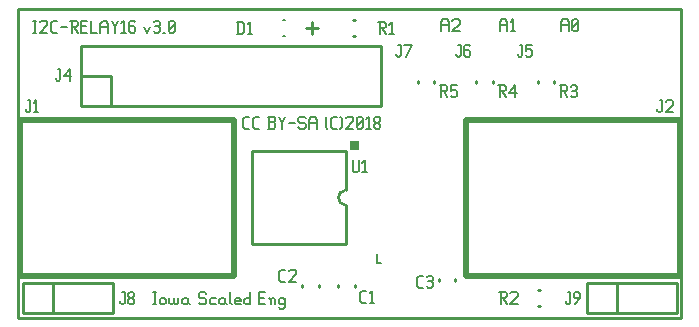
<source format=gbr>
G04 start of page 8 for group -4079 idx -4079 *
G04 Title: (unknown), topsilk *
G04 Creator: pcb 20140316 *
G04 CreationDate: Thu 29 Nov 2018 10:04:31 PM GMT UTC *
G04 For: railfan *
G04 Format: Gerber/RS-274X *
G04 PCB-Dimensions (mil): 2220.00 1040.00 *
G04 PCB-Coordinate-Origin: lower left *
%MOIN*%
%FSLAX25Y25*%
%LNTOPSILK*%
%ADD65C,0.0200*%
%ADD64C,0.0080*%
%ADD63C,0.0100*%
%ADD62C,0.0001*%
G54D62*G36*
X111000Y59500D02*X114000D01*
Y56500D01*
X111000D01*
Y59500D01*
G37*
G54D63*X500Y500D02*X221500D01*
X500D02*Y103500D01*
X221500D02*X500D01*
X96500Y97000D02*X100500D01*
X98500Y99000D02*Y95000D01*
X221500Y103500D02*Y500D01*
G54D64*X120000Y21720D02*Y18600D01*
X121560D01*
X141500Y99000D02*Y96000D01*
Y99000D02*X142200Y100000D01*
X143300D01*
X144000Y99000D01*
Y96000D01*
X141500Y98000D02*X144000D01*
X145200Y99500D02*X145700Y100000D01*
X147200D01*
X147700Y99500D01*
Y98500D01*
X145200Y96000D02*X147700Y98500D01*
X145200Y96000D02*X147700D01*
X161000Y99000D02*Y96000D01*
Y99000D02*X161700Y100000D01*
X162800D01*
X163500Y99000D01*
Y96000D01*
X161000Y98000D02*X163500D01*
X164700Y99200D02*X165500Y100000D01*
Y96000D01*
X164700D02*X166200D01*
X181500Y99000D02*Y96000D01*
Y99000D02*X182200Y100000D01*
X183300D01*
X184000Y99000D01*
Y96000D01*
X181500Y98000D02*X184000D01*
X185200Y96500D02*X185700Y96000D01*
X185200Y99500D02*Y96500D01*
Y99500D02*X185700Y100000D01*
X186700D01*
X187200Y99500D01*
Y96500D01*
X186700Y96000D02*X187200Y96500D01*
X185700Y96000D02*X186700D01*
X185200Y97000D02*X187200Y99000D01*
X45500Y9000D02*X46500D01*
X46000D02*Y5000D01*
X45500D02*X46500D01*
X47700Y6500D02*Y5500D01*
Y6500D02*X48200Y7000D01*
X49200D01*
X49700Y6500D01*
Y5500D01*
X49200Y5000D02*X49700Y5500D01*
X48200Y5000D02*X49200D01*
X47700Y5500D02*X48200Y5000D01*
X50900Y7000D02*Y5500D01*
X51400Y5000D01*
X51900D01*
X52400Y5500D01*
Y7000D02*Y5500D01*
X52900Y5000D01*
X53400D01*
X53900Y5500D01*
Y7000D02*Y5500D01*
X56600Y7000D02*X57100Y6500D01*
X55600Y7000D02*X56600D01*
X55100Y6500D02*X55600Y7000D01*
X55100Y6500D02*Y5500D01*
X55600Y5000D01*
X57100Y7000D02*Y5500D01*
X57600Y5000D01*
X55600D02*X56600D01*
X57100Y5500D01*
X62600Y9000D02*X63100Y8500D01*
X61100Y9000D02*X62600D01*
X60600Y8500D02*X61100Y9000D01*
X60600Y8500D02*Y7500D01*
X61100Y7000D01*
X62600D01*
X63100Y6500D01*
Y5500D01*
X62600Y5000D02*X63100Y5500D01*
X61100Y5000D02*X62600D01*
X60600Y5500D02*X61100Y5000D01*
X64800Y7000D02*X66300D01*
X64300Y6500D02*X64800Y7000D01*
X64300Y6500D02*Y5500D01*
X64800Y5000D01*
X66300D01*
X69000Y7000D02*X69500Y6500D01*
X68000Y7000D02*X69000D01*
X67500Y6500D02*X68000Y7000D01*
X67500Y6500D02*Y5500D01*
X68000Y5000D01*
X69500Y7000D02*Y5500D01*
X70000Y5000D01*
X68000D02*X69000D01*
X69500Y5500D01*
X71200Y9000D02*Y5500D01*
X71700Y5000D01*
X73200D02*X74700D01*
X72700Y5500D02*X73200Y5000D01*
X72700Y6500D02*Y5500D01*
Y6500D02*X73200Y7000D01*
X74200D01*
X74700Y6500D01*
X72700Y6000D02*X74700D01*
Y6500D02*Y6000D01*
X77900Y9000D02*Y5000D01*
X77400D02*X77900Y5500D01*
X76400Y5000D02*X77400D01*
X75900Y5500D02*X76400Y5000D01*
X75900Y6500D02*Y5500D01*
Y6500D02*X76400Y7000D01*
X77400D01*
X77900Y6500D01*
X80900Y7200D02*X82400D01*
X80900Y5000D02*X82900D01*
X80900Y9000D02*Y5000D01*
Y9000D02*X82900D01*
X84600Y6500D02*Y5000D01*
Y6500D02*X85100Y7000D01*
X85600D01*
X86100Y6500D01*
Y5000D01*
X84100Y7000D02*X84600Y6500D01*
X88800Y7000D02*X89300Y6500D01*
X87800Y7000D02*X88800D01*
X87300Y6500D02*X87800Y7000D01*
X87300Y6500D02*Y5500D01*
X87800Y5000D01*
X88800D01*
X89300Y5500D01*
X87300Y4000D02*X87800Y3500D01*
X88800D01*
X89300Y4000D01*
Y7000D02*Y4000D01*
X76200Y63500D02*X77500D01*
X75500Y64200D02*X76200Y63500D01*
X75500Y66800D02*Y64200D01*
Y66800D02*X76200Y67500D01*
X77500D01*
X79400Y63500D02*X80700D01*
X78700Y64200D02*X79400Y63500D01*
X78700Y66800D02*Y64200D01*
Y66800D02*X79400Y67500D01*
X80700D01*
X83700Y63500D02*X85700D01*
X86200Y64000D01*
Y65200D02*Y64000D01*
X85700Y65700D02*X86200Y65200D01*
X84200Y65700D02*X85700D01*
X84200Y67500D02*Y63500D01*
X83700Y67500D02*X85700D01*
X86200Y67000D01*
Y66200D01*
X85700Y65700D02*X86200Y66200D01*
X87400Y67500D02*X88400Y65500D01*
X89400Y67500D01*
X88400Y65500D02*Y63500D01*
X90600Y65500D02*X92600D01*
X95800Y67500D02*X96300Y67000D01*
X94300Y67500D02*X95800D01*
X93800Y67000D02*X94300Y67500D01*
X93800Y67000D02*Y66000D01*
X94300Y65500D01*
X95800D01*
X96300Y65000D01*
Y64000D01*
X95800Y63500D02*X96300Y64000D01*
X94300Y63500D02*X95800D01*
X93800Y64000D02*X94300Y63500D01*
X97500Y66500D02*Y63500D01*
Y66500D02*X98200Y67500D01*
X99300D01*
X100000Y66500D01*
Y63500D01*
X97500Y65500D02*X100000D01*
X103000Y64000D02*X103500Y63500D01*
X103000Y67000D02*X103500Y67500D01*
X103000Y67000D02*Y64000D01*
X105400Y63500D02*X106700D01*
X104700Y64200D02*X105400Y63500D01*
X104700Y66800D02*Y64200D01*
Y66800D02*X105400Y67500D01*
X106700D01*
X107900D02*X108400Y67000D01*
Y64000D01*
X107900Y63500D02*X108400Y64000D01*
X109600Y67000D02*X110100Y67500D01*
X111600D01*
X112100Y67000D01*
Y66000D01*
X109600Y63500D02*X112100Y66000D01*
X109600Y63500D02*X112100D01*
X113300Y64000D02*X113800Y63500D01*
X113300Y67000D02*Y64000D01*
Y67000D02*X113800Y67500D01*
X114800D01*
X115300Y67000D01*
Y64000D01*
X114800Y63500D02*X115300Y64000D01*
X113800Y63500D02*X114800D01*
X113300Y64500D02*X115300Y66500D01*
X116500Y66700D02*X117300Y67500D01*
Y63500D01*
X116500D02*X118000D01*
X119200Y64000D02*X119700Y63500D01*
X119200Y64800D02*Y64000D01*
Y64800D02*X119900Y65500D01*
X120500D01*
X121200Y64800D01*
Y64000D01*
X120700Y63500D02*X121200Y64000D01*
X119700Y63500D02*X120700D01*
X119200Y66200D02*X119900Y65500D01*
X119200Y67000D02*Y66200D01*
Y67000D02*X119700Y67500D01*
X120700D01*
X121200Y67000D01*
Y66200D01*
X120500Y65500D02*X121200Y66200D01*
X5500Y99500D02*X6500D01*
X6000D02*Y95500D01*
X5500D02*X6500D01*
X7700Y99000D02*X8200Y99500D01*
X9700D01*
X10200Y99000D01*
Y98000D01*
X7700Y95500D02*X10200Y98000D01*
X7700Y95500D02*X10200D01*
X12100D02*X13400D01*
X11400Y96200D02*X12100Y95500D01*
X11400Y98800D02*Y96200D01*
Y98800D02*X12100Y99500D01*
X13400D01*
X14600Y97500D02*X16600D01*
X17800Y99500D02*X19800D01*
X20300Y99000D01*
Y98000D01*
X19800Y97500D02*X20300Y98000D01*
X18300Y97500D02*X19800D01*
X18300Y99500D02*Y95500D01*
X19100Y97500D02*X20300Y95500D01*
X21500Y97700D02*X23000D01*
X21500Y95500D02*X23500D01*
X21500Y99500D02*Y95500D01*
Y99500D02*X23500D01*
X24700D02*Y95500D01*
X26700D01*
X27900Y98500D02*Y95500D01*
Y98500D02*X28600Y99500D01*
X29700D01*
X30400Y98500D01*
Y95500D01*
X27900Y97500D02*X30400D01*
X31600Y99500D02*X32600Y97500D01*
X33600Y99500D01*
X32600Y97500D02*Y95500D01*
X34800Y98700D02*X35600Y99500D01*
Y95500D01*
X34800D02*X36300D01*
X39000Y99500D02*X39500Y99000D01*
X38000Y99500D02*X39000D01*
X37500Y99000D02*X38000Y99500D01*
X37500Y99000D02*Y96000D01*
X38000Y95500D01*
X39000Y97700D02*X39500Y97200D01*
X37500Y97700D02*X39000D01*
X38000Y95500D02*X39000D01*
X39500Y96000D01*
Y97200D02*Y96000D01*
X42500Y97500D02*X43500Y95500D01*
X44500Y97500D02*X43500Y95500D01*
X45700Y99000D02*X46200Y99500D01*
X47200D01*
X47700Y99000D01*
X47200Y95500D02*X47700Y96000D01*
X46200Y95500D02*X47200D01*
X45700Y96000D02*X46200Y95500D01*
Y97700D02*X47200D01*
X47700Y99000D02*Y98200D01*
Y97200D02*Y96000D01*
Y97200D02*X47200Y97700D01*
X47700Y98200D02*X47200Y97700D01*
X48900Y95500D02*X49400D01*
X50600Y96000D02*X51100Y95500D01*
X50600Y99000D02*Y96000D01*
Y99000D02*X51100Y99500D01*
X52100D01*
X52600Y99000D01*
Y96000D01*
X52100Y95500D02*X52600Y96000D01*
X51100Y95500D02*X52100D01*
X50600Y96500D02*X52600Y98500D01*
G54D63*X153245Y79393D02*Y78607D01*
X158755Y79393D02*Y78607D01*
X173745Y79393D02*Y78607D01*
X179255Y79393D02*Y78607D01*
X190000Y2000D02*X220000D01*
Y12000D02*Y2000D01*
X190000Y12000D02*X220000D01*
X190000D02*Y2000D01*
X200000Y12000D02*Y2000D01*
X190000Y12000D02*X200000D01*
X173607Y4245D02*X174393D01*
X173607Y9755D02*X174393D01*
X140745Y13393D02*Y12607D01*
X146255Y13393D02*Y12607D01*
G54D65*X149700Y66500D02*X221000D01*
X149700Y14500D02*X221000D01*
X149700Y66500D02*Y14500D01*
X221000D02*X221020Y66500D01*
G54D63*X21500Y71000D02*X121500D01*
Y91000D02*Y71000D01*
X21500Y91000D02*X121500D01*
X21500D02*Y71000D01*
X31500Y81000D02*Y71000D01*
X21500Y81000D02*X31500D01*
X112107Y94245D02*X112893D01*
X112107Y99755D02*X112893D01*
G54D64*X88607D02*X89393D01*
X88607Y94245D02*X89393D01*
G54D63*X133745Y79393D02*Y78607D01*
X139255Y79393D02*Y78607D01*
X2000Y2000D02*X32000D01*
Y12000D02*Y2000D01*
X2000Y12000D02*X32000D01*
X2000D02*Y2000D01*
X12000Y12000D02*Y2000D01*
X2000Y12000D02*X12000D01*
G54D65*X1000Y14500D02*X72300D01*
X1000Y66500D02*X72300D01*
Y14500D01*
X1000Y66500D02*X980Y14500D01*
G54D63*X112755Y11393D02*Y10607D01*
X107245Y11393D02*Y10607D01*
X100755Y11393D02*Y10607D01*
X95245Y11393D02*Y10607D01*
X78276Y56066D02*X109724D01*
X78276D02*Y24934D01*
X109724D01*
Y56066D02*Y43000D01*
Y38000D02*Y24934D01*
Y43000D02*G75*G03X109724Y38000I0J-2500D01*G01*
G54D64*X120500Y99000D02*X122500D01*
X123000Y98500D01*
Y97500D01*
X122500Y97000D02*X123000Y97500D01*
X121000Y97000D02*X122500D01*
X121000Y99000D02*Y95000D01*
X121800Y97000D02*X123000Y95000D01*
X124200Y98200D02*X125000Y99000D01*
Y95000D01*
X124200D02*X125700D01*
X73850Y99150D02*Y95150D01*
X75150Y99150D02*X75850Y98450D01*
Y95850D01*
X75150Y95150D02*X75850Y95850D01*
X73350Y95150D02*X75150D01*
X73350Y99150D02*X75150D01*
X77050Y98350D02*X77850Y99150D01*
Y95150D01*
X77050D02*X78550D01*
X183700Y9000D02*X184500D01*
Y5500D01*
X184000Y5000D02*X184500Y5500D01*
X183500Y5000D02*X184000D01*
X183000Y5500D02*X183500Y5000D01*
X183000Y6000D02*Y5500D01*
X186200Y5000D02*X187700Y7000D01*
Y8500D02*Y7000D01*
X187200Y9000D02*X187700Y8500D01*
X186200Y9000D02*X187200D01*
X185700Y8500D02*X186200Y9000D01*
X185700Y8500D02*Y7500D01*
X186200Y7000D01*
X187700D01*
X214276Y73000D02*X215076D01*
Y69500D01*
X214576Y69000D02*X215076Y69500D01*
X214076Y69000D02*X214576D01*
X213576Y69500D02*X214076Y69000D01*
X213576Y70000D02*Y69500D01*
X216276Y72500D02*X216776Y73000D01*
X218276D01*
X218776Y72500D01*
Y71500D01*
X216276Y69000D02*X218776Y71500D01*
X216276Y69000D02*X218776D01*
X181000Y78000D02*X183000D01*
X183500Y77500D01*
Y76500D01*
X183000Y76000D02*X183500Y76500D01*
X181500Y76000D02*X183000D01*
X181500Y78000D02*Y74000D01*
X182300Y76000D02*X183500Y74000D01*
X184700Y77500D02*X185200Y78000D01*
X186200D01*
X186700Y77500D01*
X186200Y74000D02*X186700Y74500D01*
X185200Y74000D02*X186200D01*
X184700Y74500D02*X185200Y74000D01*
Y76200D02*X186200D01*
X186700Y77500D02*Y76700D01*
Y75700D02*Y74500D01*
Y75700D02*X186200Y76200D01*
X186700Y76700D02*X186200Y76200D01*
X160807Y9150D02*X162807D01*
X163307Y8650D01*
Y7650D01*
X162807Y7150D02*X163307Y7650D01*
X161307Y7150D02*X162807D01*
X161307Y9150D02*Y5150D01*
X162107Y7150D02*X163307Y5150D01*
X164507Y8650D02*X165007Y9150D01*
X166507D01*
X167007Y8650D01*
Y7650D01*
X164507Y5150D02*X167007Y7650D01*
X164507Y5150D02*X167007D01*
X160500Y78000D02*X162500D01*
X163000Y77500D01*
Y76500D01*
X162500Y76000D02*X163000Y76500D01*
X161000Y76000D02*X162500D01*
X161000Y78000D02*Y74000D01*
X161800Y76000D02*X163000Y74000D01*
X164200Y75500D02*X166200Y78000D01*
X164200Y75500D02*X166700D01*
X166200Y78000D02*Y74000D01*
X134200Y10500D02*X135500D01*
X133500Y11200D02*X134200Y10500D01*
X133500Y13800D02*Y11200D01*
Y13800D02*X134200Y14500D01*
X135500D01*
X136700Y14000D02*X137200Y14500D01*
X138200D01*
X138700Y14000D01*
X138200Y10500D02*X138700Y11000D01*
X137200Y10500D02*X138200D01*
X136700Y11000D02*X137200Y10500D01*
Y12700D02*X138200D01*
X138700Y14000D02*Y13200D01*
Y12200D02*Y11000D01*
Y12200D02*X138200Y12700D01*
X138700Y13200D02*X138200Y12700D01*
X115200Y5500D02*X116500D01*
X114500Y6200D02*X115200Y5500D01*
X114500Y8800D02*Y6200D01*
Y8800D02*X115200Y9500D01*
X116500D01*
X117700Y8700D02*X118500Y9500D01*
Y5500D01*
X117700D02*X119200D01*
X88200Y12500D02*X89500D01*
X87500Y13200D02*X88200Y12500D01*
X87500Y15800D02*Y13200D01*
Y15800D02*X88200Y16500D01*
X89500D01*
X90700Y16000D02*X91200Y16500D01*
X92700D01*
X93200Y16000D01*
Y15000D01*
X90700Y12500D02*X93200Y15000D01*
X90700Y12500D02*X93200D01*
X112000Y53000D02*Y49500D01*
X112500Y49000D01*
X113500D01*
X114000Y49500D01*
Y53000D02*Y49500D01*
X115200Y52200D02*X116000Y53000D01*
Y49000D01*
X115200D02*X116700D01*
X141000Y78000D02*X143000D01*
X143500Y77500D01*
Y76500D01*
X143000Y76000D02*X143500Y76500D01*
X141500Y76000D02*X143000D01*
X141500Y78000D02*Y74000D01*
X142300Y76000D02*X143500Y74000D01*
X144700Y78000D02*X146700D01*
X144700D02*Y76000D01*
X145200Y76500D01*
X146200D01*
X146700Y76000D01*
Y74500D01*
X146200Y74000D02*X146700Y74500D01*
X145200Y74000D02*X146200D01*
X144700Y74500D02*X145200Y74000D01*
X127200Y91500D02*X128000D01*
Y88000D01*
X127500Y87500D02*X128000Y88000D01*
X127000Y87500D02*X127500D01*
X126500Y88000D02*X127000Y87500D01*
X126500Y88500D02*Y88000D01*
X129700Y87500D02*X131700Y91500D01*
X129200D02*X131700D01*
X147200D02*X148000D01*
Y88000D01*
X147500Y87500D02*X148000Y88000D01*
X147000Y87500D02*X147500D01*
X146500Y88000D02*X147000Y87500D01*
X146500Y88500D02*Y88000D01*
X150700Y91500D02*X151200Y91000D01*
X149700Y91500D02*X150700D01*
X149200Y91000D02*X149700Y91500D01*
X149200Y91000D02*Y88000D01*
X149700Y87500D01*
X150700Y89700D02*X151200Y89200D01*
X149200Y89700D02*X150700D01*
X149700Y87500D02*X150700D01*
X151200Y88000D01*
Y89200D02*Y88000D01*
X167700Y91500D02*X168500D01*
Y88000D01*
X168000Y87500D02*X168500Y88000D01*
X167500Y87500D02*X168000D01*
X167000Y88000D02*X167500Y87500D01*
X167000Y88500D02*Y88000D01*
X169700Y91500D02*X171700D01*
X169700D02*Y89500D01*
X170200Y90000D01*
X171200D01*
X171700Y89500D01*
Y88000D01*
X171200Y87500D02*X171700Y88000D01*
X170200Y87500D02*X171200D01*
X169700Y88000D02*X170200Y87500D01*
X13700Y83500D02*X14500D01*
Y80000D01*
X14000Y79500D02*X14500Y80000D01*
X13500Y79500D02*X14000D01*
X13000Y80000D02*X13500Y79500D01*
X13000Y80500D02*Y80000D01*
X15700Y81000D02*X17700Y83500D01*
X15700Y81000D02*X18200D01*
X17700Y83500D02*Y79500D01*
X3700Y73000D02*X4500D01*
Y69500D01*
X4000Y69000D02*X4500Y69500D01*
X3500Y69000D02*X4000D01*
X3000Y69500D02*X3500Y69000D01*
X3000Y70000D02*Y69500D01*
X5700Y72200D02*X6500Y73000D01*
Y69000D01*
X5700D02*X7200D01*
X35200Y9000D02*X36000D01*
Y5500D01*
X35500Y5000D02*X36000Y5500D01*
X35000Y5000D02*X35500D01*
X34500Y5500D02*X35000Y5000D01*
X34500Y6000D02*Y5500D01*
X37200D02*X37700Y5000D01*
X37200Y6300D02*Y5500D01*
Y6300D02*X37900Y7000D01*
X38500D01*
X39200Y6300D01*
Y5500D01*
X38700Y5000D02*X39200Y5500D01*
X37700Y5000D02*X38700D01*
X37200Y7700D02*X37900Y7000D01*
X37200Y8500D02*Y7700D01*
Y8500D02*X37700Y9000D01*
X38700D01*
X39200Y8500D01*
Y7700D01*
X38500Y7000D02*X39200Y7700D01*
M02*

</source>
